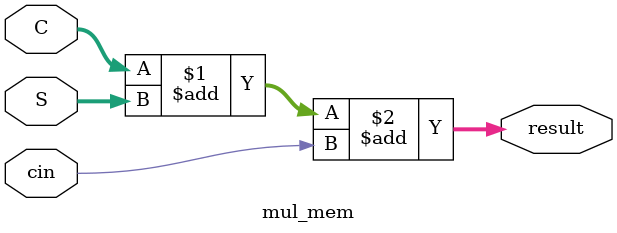
<source format=v>
module mul(
    input  wire        mul_clk,
    input  wire        resetn,
    input  wire        mul_signed,
    
    input  wire [31:0] x,
    input  wire [31:0] y,    
    output wire [63:0] result
);

wire [63:0] exe_C;
wire [63:0] exe_S;
wire        exe_cout;
reg  [63:0] C;
reg  [63:0] S;
reg         cin;

always @(posedge mul_clk)
begin
    if (!resetn)
    begin
        C          <= 64'd0;
        S          <= 64'd0;
        cin        <= 1'b0;
    end
    else
    begin
        C          <= exe_C;
        S          <= exe_S;
        cin        <= exe_cout;
    end
end

mul_exe mul_exe(
    .x( {{34{ mul_signed&x[31]}},x}),
    .y({ {2{ mul_signed&y[31]}},y} ),
    .C(exe_C),
    .S(exe_S),
    .cout(exe_cout)
);

mul_mem mul_meml(
    .C     ( C    ),
    .S     ( S    ),
    .cin   (cin   ),
    .result(result)
);

endmodule

module mul_exe(
    input  wire [65:0] x,
    input  wire [33:0] y,
    
    output wire [63:0] C,
    output wire [63:0] S,
    output wire        cout
);
wire [1121:66]  booth_sum;                 //booth³Ë·¨µÃµ½µÄºÍ                     17 * 66 = 1122
wire [1121:0]   part_sum;                  //booth_sum²¹ÆëºóµÄ²¿·ÖºÍ        
wire [1121:0]   switch_sum;                //switch×ª»»³É64¸ö17Î»Êý
wire [16:0]     c;                         //boothËã·¨ÖÐ "¸ºÊýÎªÔ­ÊýÈ¡·´¼ÓÒ»"  µÄ¼ÓÒ»
wire [989:0]    tree_c;                    //»ªÀ³Ê¿Ê÷ÖÐÏàÁÚÁ½Î»´«µÝµÄ½øÎ»ÐÅºÅ       15 * 66 = 990
wire [66:0]     add_C;                     //»ªÀ³Ê¿Ê÷½á¹û
wire [65:0]     add_S;
//-----------------------------step1_booth-----------------------------//
booth booth_0(
    .x    ( x             ),
    .y    ( {y[1:0],1'b0} ),
    .p    ( part_sum[65:0]),
    .c    ( c[0]          )
);
    generate
        genvar i;
        for (i = 1; i < 17; i = i + 1)
        begin:BOOTH
            booth booth_i(
                .x    ( x                   ),
                .y    ( y[i*2+1:i*2-1]      ),
                .p    ( booth_sum[66*i+:66] ),
                .c    ( c[i]                )
            );
            assign part_sum[66*i+:66] = {booth_sum[66*i+:66-2*i],{i*2{c[i]}}};
        end
    endgenerate
//-----------------------------step2_swich-----------------------------//
    generate
        genvar j,k;
        for (j = 0; j < 66; j = j + 1)
        begin:SWITCH
            for(k = 0; k < 17; k = k + 1)
            begin:SWITCH
                assign switch_sum[j*17+k] = part_sum[k*66+j];
            end
        end
    endgenerate
//-----------------------------step3_Wallace-----------------------------//
    Wallace tree_0(
        .x     (switch_sum[16:0]),
        .cin   (c[14:0]         ),
        .cout  (tree_c[14:0]    ),
        .C     (add_C[1]        ),
        .S     (add_S[0]        )
    );
    generate
        genvar l;
        for (l = 1; l < 66; l = l + 1)
        begin:plus64
            Wallace tree_i(
                .x     (switch_sum[17*l+:17]),
                .cin   (tree_c[15*(l-1)+:15]),
                .cout  (tree_c[15*l+:15]    ),
                .C     (add_C[l+1]          ),
                .S     (add_S[l]            )
            );
        end
    endgenerate
    assign add_C[0] = c[15];
    assign cout = c[16];
    assign C = add_C[63:0];
    assign S = add_S[63:0];
endmodule

module bit_plus(
    input  wire a,
    input  wire b,
    input  wire cin,
    output wire cout,
    output wire s
);
    assign s = a^b^cin;
    assign cout = a&b | a&cin | b&cin;
endmodule


module Wallace(
    input  wire [16:0] x,
    input  wire [14:0] cin,
    
    output wire [14:0] cout,
    output wire C,
    output wire S
);
    wire [14:0]s;
    
    bit_plus p00(x[0] ,x[1] ,x[2] ,cout[0],s[0]);
    bit_plus p01(x[3] ,x[4] ,x[5] ,cout[1],s[1]);
    bit_plus p02(x[6] ,x[7] ,x[8] ,cout[2],s[2]);
    bit_plus p03(x[9] ,x[10],x[11],cout[3],s[3]);
    bit_plus p04(x[12],x[13],x[14],cout[4],s[4]);
    bit_plus p05(x[15],x[16],1'b0 ,cout[5],s[5]);
    
    bit_plus p10(s[0]  ,s[1]  ,s[2]  ,cout[6],s[6]);
    bit_plus p11(s[3]  ,s[4]  ,s[5]  ,cout[7],s[7]);
    bit_plus p12(cin[0],cin[1],cin[2],cout[8],s[8]);
    bit_plus p13(cin[3],cin[4],cin[5],cout[9],s[9]);
    
    bit_plus p20(s[6],s[7]  ,s[8]  ,cout[10],s[10]);
    bit_plus p21(s[9],cin[6],cin[7],cout[11],s[11]);
    
    bit_plus p30(s[10] ,s[11]  ,cin[8] ,cout[12],s[12]);
    bit_plus p31(cin[9],cin[10],cin[11],cout[13],s[13]);
    
    bit_plus p40(s[12],s[13],cin[12],cout[14],s[14]);
    
    bit_plus p50(s[14],cin[13],cin[14],C,S);
endmodule


module booth(
    input  wire [65:0] x,
    input  wire [ 2:0] y,
    
    output wire [65:0] p,
    output wire        c
);
    wire [65:0] x_;
    wire [65:0] x2;
    wire [65:0] x_2;
    
    assign x_ = ~x;
    assign x2 = {x[64:0],1'b0};
    assign x_2 = ~x2;
    assign {c,p} = (y==3'b000) ? 67'b0:
                   (y==3'b001) ? {1'b0,x}:
                   (y==3'b010) ? {1'b0,x}:
                   (y==3'b011) ? {1'b0,x2}:
                   (y==3'b100) ? {1'b1,x_2}:
                   (y==3'b101) ? {1'b1,x_}:
                   (y==3'b110) ? {1'b1,x_}:
                   0;
endmodule 


module mul_mem(
    input  wire [63:0] C,
    input  wire [63:0] S,
    input  wire        cin,
    output wire [63:0] result
);
    assign result = C+S+cin;
endmodule

</source>
